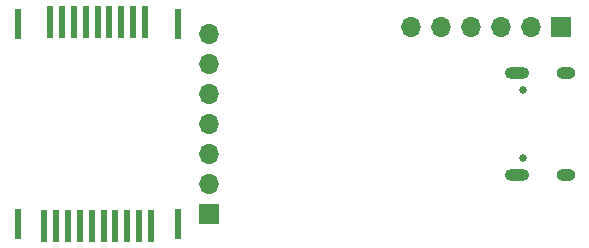
<source format=gbr>
%TF.GenerationSoftware,KiCad,Pcbnew,5.1.9-73d0e3b20d~88~ubuntu20.04.1*%
%TF.CreationDate,2021-06-05T19:28:38+02:00*%
%TF.ProjectId,wally,77616c6c-792e-46b6-9963-61645f706362,v1.03*%
%TF.SameCoordinates,Original*%
%TF.FileFunction,Soldermask,Bot*%
%TF.FilePolarity,Negative*%
%FSLAX46Y46*%
G04 Gerber Fmt 4.6, Leading zero omitted, Abs format (unit mm)*
G04 Created by KiCad (PCBNEW 5.1.9-73d0e3b20d~88~ubuntu20.04.1) date 2021-06-05 19:28:38*
%MOMM*%
%LPD*%
G01*
G04 APERTURE LIST*
%ADD10O,1.600000X1.000000*%
%ADD11C,0.650000*%
%ADD12O,2.100000X1.000000*%
%ADD13R,0.600000X2.600000*%
%ADD14R,0.500000X2.800000*%
%ADD15R,1.700000X1.700000*%
%ADD16O,1.700000X1.700000*%
G04 APERTURE END LIST*
D10*
%TO.C,J1*%
X172650000Y-95680000D03*
D11*
X169000000Y-97110000D03*
D10*
X172650000Y-104320000D03*
D11*
X169000000Y-102890000D03*
D12*
X168470000Y-104320000D03*
X168470000Y-95680000D03*
%TD*%
D13*
%TO.C,J2*%
X139775000Y-108500000D03*
X126225000Y-108500000D03*
D14*
X137500000Y-108600000D03*
X136500000Y-108600000D03*
X135500000Y-108600000D03*
X134500000Y-108600000D03*
X133500000Y-108600000D03*
X132500000Y-108600000D03*
X131500000Y-108600000D03*
X130500000Y-108600000D03*
X129500000Y-108600000D03*
X128500000Y-108600000D03*
%TD*%
%TO.C,J3*%
X129000000Y-91400000D03*
X130000000Y-91400000D03*
X131000000Y-91400000D03*
X132000000Y-91400000D03*
X133000000Y-91400000D03*
X134000000Y-91400000D03*
X135000000Y-91400000D03*
X136000000Y-91400000D03*
X137000000Y-91400000D03*
D13*
X126225000Y-91500000D03*
X139775000Y-91500000D03*
%TD*%
D15*
%TO.C,J4*%
X172200000Y-91800000D03*
D16*
X169660000Y-91800000D03*
X167120000Y-91800000D03*
X164580000Y-91800000D03*
X162040000Y-91800000D03*
X159500000Y-91800000D03*
%TD*%
D15*
%TO.C,J5*%
X142400000Y-107620000D03*
D16*
X142400000Y-105080000D03*
X142400000Y-102540000D03*
X142400000Y-100000000D03*
X142400000Y-97460000D03*
X142400000Y-94920000D03*
X142400000Y-92380000D03*
%TD*%
M02*

</source>
